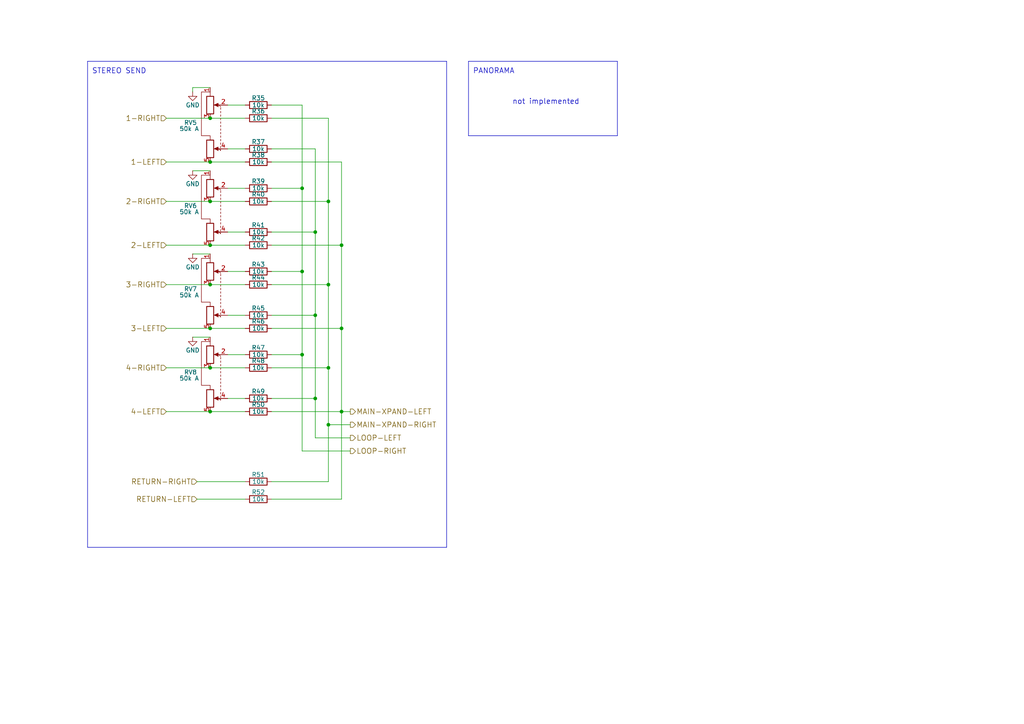
<source format=kicad_sch>
(kicad_sch (version 20231120) (generator "eeschema") (generator_version "8.0")
  (paper "A4")
  (title_block (title "mixerli") (date "2024-08-05") (rev "2.0.1") (company "stahllabs") (comment 1 "Copyright 2023 stahl. Licensed under CERN- OHL-S v2 or any later version.") (comment 2 "https://github.com/stahlnow/mixerli") (comment 3 "level control slider and stereo rotary aux send level control.") (comment 4 "Battery powered 10 channel (4x2 + 1x2) stereo mixer featuring stereo input"))
  (lib_symbols
    (symbol "Device:R" (pin_numbers hide) (pin_names (offset 0))
      (property "Reference" "R" (at 2.032 0 90))
      (property "Value" "R" (at 0 0 90))
      (symbol "R_0_1"
        (rectangle (start -1.016 -2.54) (end 1.016 2.54) (stroke (width 0.254)))
      )
      (symbol "R_1_1"
        (pin passive line (at 0 3.81 270) (length 1.27) (name "~") (number "1"))
        (pin passive line (at 0 -3.81 90) (length 1.27) (name "~") (number "2"))
      )
    )
    (symbol "power:GND" (power) (pin_numbers hide) (pin_names (offset 0) hide)
      (property "Value" "GND" (at 0 -3.81 0))
      (symbol "GND_0_1"
        (polyline (pts (xy 0 0) (xy 0 -1.27) (xy 1.27 -1.27) (xy 0 -2.54) (xy -1.27 -1.27) (xy 0 -1.27)))
      )
      (symbol "GND_1_1"
        (pin power_in line (at 0 0 270) (length 0) (name "~") (number "1"))
      )
    )
    (symbol "stahllabs:POT_Dual_Common_Gnd" (pin_names (offset 1.016) hide)
      (property "Reference" "RV" (at 1.3716 5.1308 0))
      (property "Value" "POT_Dual_Common_Gnd" (at 12.8016 3.2258 0))
      (symbol "POT_Dual_Common_Gnd_0_1"
        (polyline (pts (xy -10.16 -2.54) (xy -8.89 -2.54)))
        (polyline (pts (xy 3.81 -2.54) (xy 2.54 -2.54) (xy 2.54 -5.08) (xy -10.16 -5.08) (xy -10.16 -2.54)))
      )
      (symbol "POT_Dual_Common_Gnd_1_1"
        (rectangle (start -8.89 -1.524) (end -3.81 -3.556) (stroke (width 0.254)))
        (polyline (pts (xy -6.35 0) (xy -6.35 -1.016)))
        (polyline (pts (xy -6.35 0) (xy -6.35 -1.016)))
        (polyline (pts (xy -6.35 0) (xy -5.842 0.508)))
        (polyline (pts (xy -5.588 0.508) (xy -5.08 0.508)))
        (polyline (pts (xy -4.572 0.508) (xy -4.064 0.508)))
        (polyline (pts (xy -3.556 0.508) (xy -3.048 0.508)))
        (polyline (pts (xy -2.54 0.508) (xy -2.032 0.508)))
        (polyline (pts (xy -1.524 0.508) (xy -1.016 0.508)))
        (polyline (pts (xy -0.508 0.508) (xy 0 0.508)))
        (polyline (pts (xy 0.508 0.508) (xy 1.016 0.508)))
        (polyline (pts (xy 1.524 0.508) (xy 2.032 0.508)))
        (polyline (pts (xy 2.54 0.508) (xy 3.048 0.508)))
        (polyline (pts (xy 3.556 0.508) (xy 4.064 0.508)))
        (polyline (pts (xy 4.572 0.508) (xy 5.08 0.508)))
        (polyline (pts (xy 5.588 0.508) (xy 6.096 0.508)))
        (polyline (pts (xy 6.35 0) (xy 6.35 -1.016)))
        (polyline (pts (xy 6.35 0) (xy 6.35 -1.016)))
        (polyline (pts (xy -6.35 -1.397) (xy -6.858 -0.254) (xy -5.842 -0.254)) (fill (type outline)))
        (polyline (pts (xy -6.35 -1.397) (xy -6.858 -0.254) (xy -5.842 -0.254)) (fill (type outline)))
        (polyline (pts (xy 6.35 -1.397) (xy 5.842 -0.254) (xy 6.858 -0.254)) (fill (type outline)))
        (polyline (pts (xy 6.35 -1.397) (xy 5.842 -0.254) (xy 6.858 -0.254)) (fill (type outline)))
        (polyline (pts (xy 6.604 0.508) (xy 6.858 0.508) (xy 6.35 0)))
        (rectangle (start 3.81 -1.524) (end 8.89 -3.556) (stroke (width 0.254)))
        (pin passive line (at -11.43 -2.54 0) (length 1.27) (name "1") (number "1"))
        (pin passive line (at -6.35 2.54 270) (length 2.54) (name "2") (number "2"))
        (pin passive line (at -2.54 -2.54 180) (length 1.27) (name "3") (number "3"))
        (pin passive line (at 6.35 2.54 270) (length 2.54) (name "4") (number "4"))
        (pin passive line (at 10.16 -2.54 180) (length 1.27) (name "5") (number "5"))
      )
    )
  )
  (junction (at 91.44 115.57))
  (junction (at 60.96 46.99))
  (junction (at 60.96 71.12))
  (junction (at 60.96 106.68))
  (junction (at 99.06 95.25))
  (junction (at 60.96 95.25))
  (junction (at 60.96 119.38))
  (junction (at 99.06 71.12))
  (junction (at 95.25 58.42))
  (junction (at 87.63 78.74))
  (junction (at 91.44 67.31))
  (junction (at 60.96 82.55))
  (junction (at 87.63 102.87))
  (junction (at 91.44 91.44))
  (junction (at 99.06 119.38))
  (junction (at 60.96 34.29))
  (junction (at 87.63 54.61))
  (junction (at 60.96 58.42))
  (junction (at 95.25 123.19))
  (junction (at 95.25 106.68))
  (junction (at 95.25 82.55))
  (wire (pts (xy 99.06 46.99) (xy 99.06 71.12)))
  (polyline (pts (xy 25.4 158.75) (xy 25.4 17.78)))
  (wire (pts (xy 95.25 106.68) (xy 78.74 106.68)))
  (wire (pts (xy 95.25 58.42) (xy 95.25 82.55)))
  (wire (pts (xy 60.96 95.25) (xy 71.12 95.25)))
  (wire (pts (xy 78.74 119.38) (xy 99.06 119.38)))
  (wire (pts (xy 57.15 144.78) (xy 71.12 144.78)))
  (wire (pts (xy 48.26 106.68) (xy 60.96 106.68)))
  (wire (pts (xy 66.04 91.44) (xy 71.12 91.44)))
  (wire (pts (xy 99.06 144.78) (xy 78.74 144.78)))
  (wire (pts (xy 55.88 73.66) (xy 60.96 73.66)))
  (wire (pts (xy 60.96 71.12) (xy 71.12 71.12)))
  (wire (pts (xy 91.44 43.18) (xy 91.44 67.31)))
  (wire (pts (xy 55.88 25.4) (xy 55.88 26.67)))
  (wire (pts (xy 48.26 46.99) (xy 60.96 46.99)))
  (wire (pts (xy 66.04 115.57) (xy 71.12 115.57)))
  (wire (pts (xy 87.63 130.81) (xy 101.6 130.81)))
  (wire (pts (xy 48.26 71.12) (xy 60.96 71.12)))
  (polyline (pts (xy 25.4 17.78) (xy 129.54 17.78)))
  (wire (pts (xy 99.06 119.38) (xy 101.6 119.38)))
  (wire (pts (xy 78.74 115.57) (xy 91.44 115.57)))
  (wire (pts (xy 91.44 67.31) (xy 91.44 91.44)))
  (wire (pts (xy 99.06 119.38) (xy 99.06 144.78)))
  (polyline (pts (xy 129.54 17.78) (xy 129.54 158.75)))
  (wire (pts (xy 60.96 106.68) (xy 71.12 106.68)))
  (polyline (pts (xy 129.54 158.75) (xy 25.4 158.75)))
  (wire (pts (xy 95.25 123.19) (xy 95.25 139.7)))
  (wire (pts (xy 78.74 67.31) (xy 91.44 67.31)))
  (wire (pts (xy 60.96 34.29) (xy 71.12 34.29)))
  (wire (pts (xy 57.15 139.7) (xy 71.12 139.7)))
  (wire (pts (xy 78.74 30.48) (xy 87.63 30.48)))
  (wire (pts (xy 91.44 115.57) (xy 91.44 127)))
  (wire (pts (xy 78.74 43.18) (xy 91.44 43.18)))
  (polyline (pts (xy 179.07 17.78) (xy 179.07 39.37)))
  (wire (pts (xy 95.25 34.29) (xy 95.25 58.42)))
  (wire (pts (xy 60.96 25.4) (xy 55.88 25.4)))
  (wire (pts (xy 78.74 58.42) (xy 95.25 58.42)))
  (wire (pts (xy 66.04 102.87) (xy 71.12 102.87)))
  (wire (pts (xy 99.06 95.25) (xy 99.06 119.38)))
  (wire (pts (xy 48.26 34.29) (xy 60.96 34.29)))
  (wire (pts (xy 87.63 54.61) (xy 87.63 78.74)))
  (wire (pts (xy 55.88 97.79) (xy 60.96 97.79)))
  (polyline (pts (xy 179.07 39.37) (xy 135.89 39.37)))
  (wire (pts (xy 95.25 106.68) (xy 95.25 123.19)))
  (wire (pts (xy 48.26 95.25) (xy 60.96 95.25)))
  (wire (pts (xy 78.74 54.61) (xy 87.63 54.61)))
  (wire (pts (xy 87.63 30.48) (xy 87.63 54.61)))
  (wire (pts (xy 66.04 78.74) (xy 71.12 78.74)))
  (wire (pts (xy 91.44 127) (xy 101.6 127)))
  (wire (pts (xy 48.26 119.38) (xy 60.96 119.38)))
  (wire (pts (xy 78.74 82.55) (xy 95.25 82.55)))
  (wire (pts (xy 78.74 78.74) (xy 87.63 78.74)))
  (wire (pts (xy 78.74 34.29) (xy 95.25 34.29)))
  (wire (pts (xy 66.04 43.18) (xy 71.12 43.18)))
  (wire (pts (xy 99.06 71.12) (xy 99.06 95.25)))
  (wire (pts (xy 78.74 46.99) (xy 99.06 46.99)))
  (wire (pts (xy 95.25 82.55) (xy 95.25 106.68)))
  (polyline (pts (xy 135.89 39.37) (xy 135.89 17.78)))
  (wire (pts (xy 60.96 82.55) (xy 71.12 82.55)))
  (wire (pts (xy 66.04 54.61) (xy 71.12 54.61)))
  (wire (pts (xy 60.96 119.38) (xy 71.12 119.38)))
  (wire (pts (xy 60.96 58.42) (xy 71.12 58.42)))
  (wire (pts (xy 87.63 78.74) (xy 87.63 102.87)))
  (wire (pts (xy 48.26 58.42) (xy 60.96 58.42)))
  (wire (pts (xy 48.26 82.55) (xy 60.96 82.55)))
  (wire (pts (xy 78.74 71.12) (xy 99.06 71.12)))
  (wire (pts (xy 78.74 102.87) (xy 87.63 102.87)))
  (wire (pts (xy 91.44 91.44) (xy 91.44 115.57)))
  (wire (pts (xy 95.25 139.7) (xy 78.74 139.7)))
  (wire (pts (xy 78.74 91.44) (xy 91.44 91.44)))
  (polyline (pts (xy 135.89 17.78) (xy 179.07 17.78)))
  (wire (pts (xy 87.63 102.87) (xy 87.63 130.81)))
  (wire (pts (xy 78.74 95.25) (xy 99.06 95.25)))
  (wire (pts (xy 66.04 30.48) (xy 71.12 30.48)))
  (wire (pts (xy 60.96 46.99) (xy 71.12 46.99)))
  (wire (pts (xy 95.25 123.19) (xy 101.6 123.19)))
  (wire (pts (xy 66.04 67.31) (xy 71.12 67.31)))
  (wire (pts (xy 55.88 49.53) (xy 60.96 49.53)))
  (text "STEREO SEND" (at 26.67 21.59 0) (effects (font (size 1.524 1.524)) (justify left bottom)))
  (text "not implemented" (at 148.59 30.48 0) (effects (font (size 1.524 1.524)) (justify left bottom)))
  (text "PANORAMA" (at 137.16 21.59 0) (effects (font (size 1.524 1.524)) (justify left bottom)))
  (hierarchical_label "MAIN-XPAND-RIGHT" (shape output) (at 101.6 123.19 0) (effects (font (size 1.524 1.524))))
  (hierarchical_label "2-RIGHT" (shape input) (at 48.26 58.42 180) (effects (font (size 1.524 1.524))))
  (hierarchical_label "LOOP-LEFT" (shape output) (at 101.6 127 0) (effects (font (size 1.524 1.524))))
  (hierarchical_label "RETURN-RIGHT" (shape input) (at 57.15 139.7 180) (effects (font (size 1.524 1.524))))
  (hierarchical_label "4-RIGHT" (shape input) (at 48.26 106.68 180) (effects (font (size 1.524 1.524))))
  (hierarchical_label "1-RIGHT" (shape input) (at 48.26 34.29 180) (effects (font (size 1.524 1.524))))
  (hierarchical_label "4-LEFT" (shape input) (at 48.26 119.38 180) (effects (font (size 1.524 1.524))))
  (hierarchical_label "MAIN-XPAND-LEFT" (shape output) (at 101.6 119.38 0) (effects (font (size 1.524 1.524))))
  (hierarchical_label "2-LEFT" (shape input) (at 48.26 71.12 180) (effects (font (size 1.524 1.524))))
  (hierarchical_label "3-RIGHT" (shape input) (at 48.26 82.55 180) (effects (font (size 1.524 1.524))))
  (hierarchical_label "3-LEFT" (shape input) (at 48.26 95.25 180) (effects (font (size 1.524 1.524))))
  (hierarchical_label "RETURN-LEFT" (shape input) (at 57.15 144.78 180) (effects (font (size 1.524 1.524))))
  (hierarchical_label "LOOP-RIGHT" (shape output) (at 101.6 130.81 0) (effects (font (size 1.524 1.524))))
  (hierarchical_label "1-LEFT" (shape input) (at 48.26 46.99 180) (effects (font (size 1.524 1.524))))
  (symbol (lib_id "Device:R") (at 74.93 34.29 90) (unit 1)
    (property "Reference" "R36" (at 74.93 32.258 90))
    (property "Value" "10k" (at 74.93 34.29 90))
    (property "Footprint" "Resistor_SMD:R_1206_3216Metric" (effects (hide yes)))
  )
  (symbol (lib_id "Device:R") (at 74.93 43.18 90) (unit 1)
    (property "Reference" "R37" (at 74.93 41.148 90))
    (property "Value" "10k" (at 74.93 43.18 90))
    (property "Footprint" "Resistor_SMD:R_1206_3216Metric" (effects (hide yes)))
  )
  (symbol (lib_id "power:GND") (at 55.88 26.67 0) (unit 1)
    (property "Reference" "#PWR0113" (effects (hide yes)))
    (property "Value" "GND" (at 55.88 30.48 0))
    (property "Description" "Power symbol creates a global label with name \"GND\" , ground" (effects (hide yes)))
  )
  (symbol (lib_id "Device:R") (at 74.93 30.48 90) (unit 1)
    (property "Reference" "R35" (at 74.93 28.448 90))
    (property "Value" "10k" (at 74.93 30.48 90))
    (property "Footprint" "Resistor_SMD:R_1206_3216Metric" (effects (hide yes)))
  )
  (symbol (lib_id "Device:R") (at 74.93 46.99 90) (unit 1)
    (property "Reference" "R38" (at 74.93 44.958 90))
    (property "Value" "10k" (at 74.93 46.99 90))
    (property "Footprint" "Resistor_SMD:R_1206_3216Metric" (effects (hide yes)))
  )
  (symbol (lib_id "Device:R") (at 74.93 58.42 90) (unit 1)
    (property "Reference" "R40" (at 74.93 56.388 90))
    (property "Value" "10k" (at 74.93 58.42 90))
    (property "Footprint" "Resistor_SMD:R_1206_3216Metric" (effects (hide yes)))
  )
  (symbol (lib_id "Device:R") (at 74.93 67.31 90) (unit 1)
    (property "Reference" "R41" (at 74.93 65.278 90))
    (property "Value" "10k" (at 74.93 67.31 90))
    (property "Footprint" "Resistor_SMD:R_1206_3216Metric" (effects (hide yes)))
  )
  (symbol (lib_id "power:GND") (at 55.88 49.53 0) (unit 1)
    (property "Reference" "#PWR075" (effects (hide yes)))
    (property "Value" "GND" (at 55.88 53.34 0))
    (property "Description" "Power symbol creates a global label with name \"GND\" , ground" (effects (hide yes)))
  )
  (symbol (lib_id "Device:R") (at 74.93 54.61 90) (unit 1)
    (property "Reference" "R39" (at 74.93 52.578 90))
    (property "Value" "10k" (at 74.93 54.61 90))
    (property "Footprint" "Resistor_SMD:R_1206_3216Metric" (effects (hide yes)))
  )
  (symbol (lib_id "Device:R") (at 74.93 71.12 90) (unit 1)
    (property "Reference" "R42" (at 74.93 69.088 90))
    (property "Value" "10k" (at 74.93 71.12 90))
    (property "Footprint" "Resistor_SMD:R_1206_3216Metric" (effects (hide yes)))
  )
  (symbol (lib_id "Device:R") (at 74.93 82.55 90) (unit 1)
    (property "Reference" "R44" (at 74.93 80.518 90))
    (property "Value" "10k" (at 74.93 82.55 90))
    (property "Footprint" "Resistor_SMD:R_1206_3216Metric" (effects (hide yes)))
  )
  (symbol (lib_id "Device:R") (at 74.93 91.44 90) (unit 1)
    (property "Reference" "R45" (at 74.93 89.408 90))
    (property "Value" "10k" (at 74.93 91.44 90))
    (property "Footprint" "Resistor_SMD:R_1206_3216Metric" (effects (hide yes)))
  )
  (symbol (lib_id "power:GND") (at 55.88 73.66 0) (unit 1)
    (property "Reference" "#PWR077" (effects (hide yes)))
    (property "Value" "GND" (at 55.88 77.47 0))
    (property "Description" "Power symbol creates a global label with name \"GND\" , ground" (effects (hide yes)))
  )
  (symbol (lib_id "Device:R") (at 74.93 78.74 90) (unit 1)
    (property "Reference" "R43" (at 74.93 76.708 90))
    (property "Value" "10k" (at 74.93 78.74 90))
    (property "Footprint" "Resistor_SMD:R_1206_3216Metric" (effects (hide yes)))
  )
  (symbol (lib_id "Device:R") (at 74.93 95.25 90) (unit 1)
    (property "Reference" "R46" (at 74.93 93.218 90))
    (property "Value" "10k" (at 74.93 95.25 90))
    (property "Footprint" "Resistor_SMD:R_1206_3216Metric" (effects (hide yes)))
  )
  (symbol (lib_id "Device:R") (at 74.93 106.68 90) (unit 1)
    (property "Reference" "R48" (at 74.93 104.648 90))
    (property "Value" "10k" (at 74.93 106.68 90))
    (property "Footprint" "Resistor_SMD:R_1206_3216Metric" (effects (hide yes)))
  )
  (symbol (lib_id "Device:R") (at 74.93 115.57 90) (unit 1)
    (property "Reference" "R49" (at 74.93 113.538 90))
    (property "Value" "10k" (at 74.93 115.57 90))
    (property "Footprint" "Resistor_SMD:R_1206_3216Metric" (effects (hide yes)))
  )
  (symbol (lib_id "power:GND") (at 55.88 97.79 0) (unit 1)
    (property "Reference" "#PWR079" (effects (hide yes)))
    (property "Value" "GND" (at 55.88 101.6 0))
    (property "Description" "Power symbol creates a global label with name \"GND\" , ground" (effects (hide yes)))
  )
  (symbol (lib_id "Device:R") (at 74.93 102.87 90) (unit 1)
    (property "Reference" "R47" (at 74.93 100.838 90))
    (property "Value" "10k" (at 74.93 102.87 90))
    (property "Footprint" "Resistor_SMD:R_1206_3216Metric" (effects (hide yes)))
  )
  (symbol (lib_id "Device:R") (at 74.93 119.38 90) (unit 1)
    (property "Reference" "R50" (at 74.93 117.348 90))
    (property "Value" "10k" (at 74.93 119.38 90))
    (property "Footprint" "Resistor_SMD:R_1206_3216Metric" (effects (hide yes)))
  )
  (symbol (lib_id "Device:R") (at 74.93 139.7 90) (unit 1)
    (property "Reference" "R51" (at 74.93 137.668 90))
    (property "Value" "10k" (at 74.93 139.7 90))
    (property "Footprint" "Resistor_SMD:R_1206_3216Metric" (effects (hide yes)))
  )
  (symbol (lib_id "Device:R") (at 74.93 144.78 90) (unit 1)
    (property "Reference" "R52" (at 74.93 142.748 90))
    (property "Value" "10k" (at 74.93 144.78 90))
    (property "Footprint" "Resistor_SMD:R_1206_3216Metric" (effects (hide yes)))
  )
  (symbol (lib_id "stahllabs:POT_Dual_Common_Gnd") (at 63.5 36.83 270) (unit 1)
    (property "Reference" "RV5" (at 57.15 35.56 90) (effects (justify right)))
    (property "Value" "50k A" (at 57.7342 37.338 90) (effects (justify right)))
    (property "Footprint" "stahllabs:RK14K12D0A18" (effects (hide yes)))
    (property "Datasheet" "/home/stahl/hw/doc/RK14K12-1370745.pdf" (effects (hide yes)))
  )
  (symbol (lib_id "stahllabs:POT_Dual_Common_Gnd") (at 63.5 60.96 270) (unit 1)
    (property "Reference" "RV6" (at 57.15 59.69 90) (effects (justify right)))
    (property "Value" "50k A" (at 57.7342 61.468 90) (effects (justify right)))
    (property "Footprint" "stahllabs:RK14K12D0A18" (effects (hide yes)))
    (property "Datasheet" "/home/stahl/hw/doc/RK14K12-1370745.pdf" (effects (hide yes)))
  )
  (symbol (lib_id "stahllabs:POT_Dual_Common_Gnd") (at 63.5 85.09 270) (unit 1)
    (property "Reference" "RV7" (at 57.15 83.82 90) (effects (justify right)))
    (property "Value" "50k A" (at 57.7342 85.598 90) (effects (justify right)))
    (property "Footprint" "stahllabs:RK14K12D0A18" (effects (hide yes)))
    (property "Datasheet" "/home/stahl/hw/doc/RK14K12-1370745.pdf" (effects (hide yes)))
  )
  (symbol (lib_id "stahllabs:POT_Dual_Common_Gnd") (at 63.5 109.22 270) (unit 1)
    (property "Reference" "RV8" (at 57.15 107.95 90) (effects (justify right)))
    (property "Value" "50k A" (at 57.7342 109.728 90) (effects (justify right)))
    (property "Footprint" "stahllabs:RK14K12D0A18" (effects (hide yes)))
    (property "Datasheet" "/home/stahl/hw/doc/RK14K12-1370745.pdf" (effects (hide yes)))
  )
)
</source>
